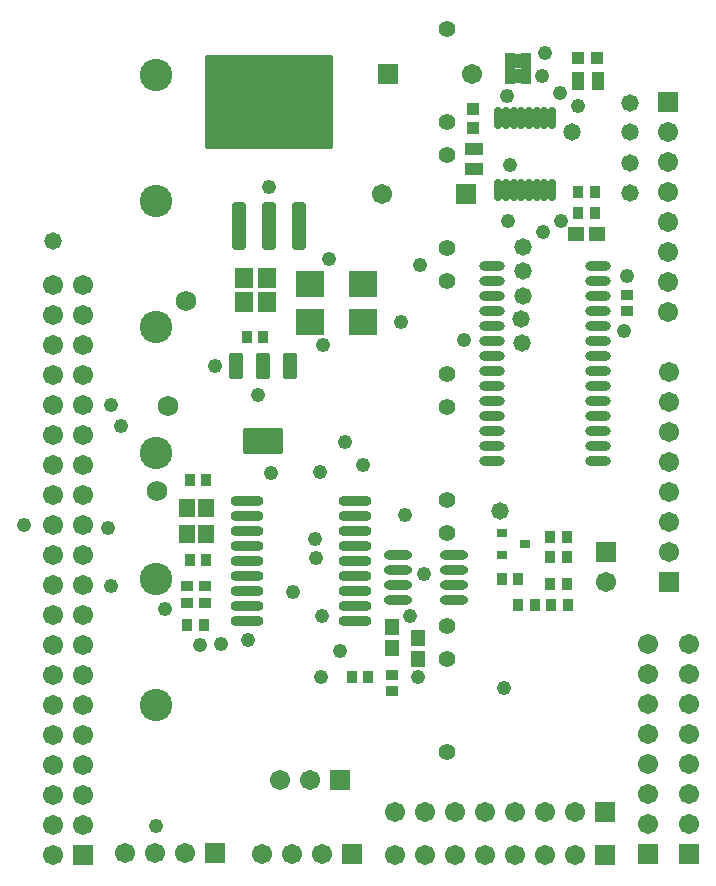
<source format=gbs>
G04*
G04 #@! TF.GenerationSoftware,Altium Limited,Altium Designer,23.8.1 (32)*
G04*
G04 Layer_Color=16711935*
%FSLAX44Y44*%
%MOMM*%
G71*
G04*
G04 #@! TF.SameCoordinates,B3540FD7-C173-429B-8219-2738AE0D0CCA*
G04*
G04*
G04 #@! TF.FilePolarity,Negative*
G04*
G01*
G75*
%ADD13C,1.7032*%
%ADD14R,1.7032X1.7032*%
%ADD15C,1.3970*%
%ADD16C,2.7432*%
%ADD17R,1.7032X1.7032*%
%ADD18C,1.7272*%
%ADD19C,1.2192*%
%ADD20C,1.4732*%
G04:AMPARAMS|DCode=64|XSize=1.1532mm|YSize=4.0532mm|CornerRadius=0.1539mm|HoleSize=0mm|Usage=FLASHONLY|Rotation=0.000|XOffset=0mm|YOffset=0mm|HoleType=Round|Shape=RoundedRectangle|*
%AMROUNDEDRECTD64*
21,1,1.1532,3.7455,0,0,0.0*
21,1,0.8455,4.0532,0,0,0.0*
1,1,0.3077,0.4228,-1.8728*
1,1,0.3077,-0.4228,-1.8728*
1,1,0.3077,-0.4228,1.8728*
1,1,0.3077,0.4228,1.8728*
%
%ADD64ROUNDEDRECTD64*%
G04:AMPARAMS|DCode=65|XSize=10.9032mm|YSize=7.9032mm|CornerRadius=0.1401mm|HoleSize=0mm|Usage=FLASHONLY|Rotation=0.000|XOffset=0mm|YOffset=0mm|HoleType=Round|Shape=RoundedRectangle|*
%AMROUNDEDRECTD65*
21,1,10.9032,7.6230,0,0,0.0*
21,1,10.6230,7.9032,0,0,0.0*
1,1,0.2802,5.3115,-3.8115*
1,1,0.2802,-5.3115,-3.8115*
1,1,0.2802,-5.3115,3.8115*
1,1,0.2802,5.3115,3.8115*
%
%ADD65ROUNDEDRECTD65*%
%ADD66R,1.0032X1.0032*%
%ADD67R,1.0532X1.5032*%
%ADD68R,0.8632X0.6602*%
%ADD69R,0.9032X1.1032*%
G04:AMPARAMS|DCode=70|XSize=0.6532mm|YSize=1.8032mm|CornerRadius=0.1511mm|HoleSize=0mm|Usage=FLASHONLY|Rotation=180.000|XOffset=0mm|YOffset=0mm|HoleType=Round|Shape=RoundedRectangle|*
%AMROUNDEDRECTD70*
21,1,0.6532,1.5010,0,0,180.0*
21,1,0.3510,1.8032,0,0,180.0*
1,1,0.3022,-0.1755,0.7505*
1,1,0.3022,0.1755,0.7505*
1,1,0.3022,0.1755,-0.7505*
1,1,0.3022,-0.1755,-0.7505*
%
%ADD70ROUNDEDRECTD70*%
%ADD71R,1.0032X1.0032*%
%ADD72R,2.4032X2.2032*%
%ADD73R,1.6032X1.7032*%
%ADD74R,1.1032X0.9032*%
%ADD75O,2.8032X0.9032*%
%ADD76R,1.2192X1.3208*%
%ADD77O,2.2032X0.8032*%
%ADD78R,1.5032X1.0532*%
%ADD79R,1.3208X1.2192*%
G04:AMPARAMS|DCode=80|XSize=1.2032mm|YSize=2.2532mm|CornerRadius=0.1516mm|HoleSize=0mm|Usage=FLASHONLY|Rotation=180.000|XOffset=0mm|YOffset=0mm|HoleType=Round|Shape=RoundedRectangle|*
%AMROUNDEDRECTD80*
21,1,1.2032,1.9500,0,0,180.0*
21,1,0.9000,2.2532,0,0,180.0*
1,1,0.3032,-0.4500,0.9750*
1,1,0.3032,0.4500,0.9750*
1,1,0.3032,0.4500,-0.9750*
1,1,0.3032,-0.4500,-0.9750*
%
%ADD80ROUNDEDRECTD80*%
G04:AMPARAMS|DCode=81|XSize=3.4532mm|YSize=2.2532mm|CornerRadius=0.1529mm|HoleSize=0mm|Usage=FLASHONLY|Rotation=180.000|XOffset=0mm|YOffset=0mm|HoleType=Round|Shape=RoundedRectangle|*
%AMROUNDEDRECTD81*
21,1,3.4532,1.9475,0,0,180.0*
21,1,3.1475,2.2532,0,0,180.0*
1,1,0.3057,-1.5738,0.9738*
1,1,0.3057,1.5738,0.9738*
1,1,0.3057,1.5738,-0.9738*
1,1,0.3057,-1.5738,-0.9738*
%
%ADD81ROUNDEDRECTD81*%
%ADD82O,2.4032X0.8032*%
%ADD83R,1.4032X1.6032*%
%ADD84R,0.9032X0.8032*%
%ADD85R,1.3220X1.2960*%
D13*
X669500Y688000D02*
D03*
X376200Y28000D02*
D03*
X401600D02*
D03*
X427000D02*
D03*
X315000Y509200D02*
D03*
X340400D02*
D03*
X315000Y483800D02*
D03*
X340400D02*
D03*
X315000Y458400D02*
D03*
X340400D02*
D03*
X315000Y433000D02*
D03*
X340400D02*
D03*
X315000Y407600D02*
D03*
X340400D02*
D03*
X315000Y382200D02*
D03*
X340400D02*
D03*
X315000Y356800D02*
D03*
X340400D02*
D03*
X315000Y331400D02*
D03*
X340400D02*
D03*
X315000Y306000D02*
D03*
X340400D02*
D03*
X315000Y280600D02*
D03*
X340400D02*
D03*
X315000Y255200D02*
D03*
X340400D02*
D03*
X315000Y229800D02*
D03*
X340400D02*
D03*
X315000Y204400D02*
D03*
X340400D02*
D03*
X315000Y179000D02*
D03*
X340400D02*
D03*
X315000Y153600D02*
D03*
X340400D02*
D03*
X315000Y128200D02*
D03*
X340400D02*
D03*
X315000Y102800D02*
D03*
X340400D02*
D03*
X315000Y77400D02*
D03*
X340400D02*
D03*
X315000Y52000D02*
D03*
X340400D02*
D03*
X315000Y26600D02*
D03*
X593500Y586000D02*
D03*
X819000Y52800D02*
D03*
Y78200D02*
D03*
Y103600D02*
D03*
Y129000D02*
D03*
Y154400D02*
D03*
Y179800D02*
D03*
Y205200D02*
D03*
X507600Y90000D02*
D03*
X533000D02*
D03*
X543000Y27000D02*
D03*
X517600D02*
D03*
X492200D02*
D03*
X836930Y283210D02*
D03*
Y308610D02*
D03*
Y334010D02*
D03*
Y359410D02*
D03*
Y384810D02*
D03*
Y410210D02*
D03*
Y435610D02*
D03*
X835660Y638810D02*
D03*
Y613410D02*
D03*
Y588010D02*
D03*
Y562610D02*
D03*
Y537210D02*
D03*
Y511810D02*
D03*
Y486410D02*
D03*
X854000Y52600D02*
D03*
Y78000D02*
D03*
Y103400D02*
D03*
Y128800D02*
D03*
Y154200D02*
D03*
Y179600D02*
D03*
Y205000D02*
D03*
X604400Y63000D02*
D03*
X629800D02*
D03*
X655200D02*
D03*
X680600D02*
D03*
X706000D02*
D03*
X731400D02*
D03*
X756800D02*
D03*
X604520Y26670D02*
D03*
X629920D02*
D03*
X655320D02*
D03*
X680720D02*
D03*
X706120D02*
D03*
X731520D02*
D03*
X756920D02*
D03*
X783000Y258000D02*
D03*
D14*
X598500Y688000D02*
D03*
X452400Y28000D02*
D03*
X664500Y586000D02*
D03*
X558400Y90000D02*
D03*
X568400Y27000D02*
D03*
X782200Y63000D02*
D03*
X782320Y26670D02*
D03*
D15*
X649000Y192740D02*
D03*
Y114000D02*
D03*
Y406044D02*
D03*
Y327304D02*
D03*
Y512696D02*
D03*
Y433956D02*
D03*
Y619348D02*
D03*
Y540608D02*
D03*
Y726000D02*
D03*
Y647260D02*
D03*
Y220652D02*
D03*
Y299392D02*
D03*
D16*
X402620Y153370D02*
D03*
Y366674D02*
D03*
Y473326D02*
D03*
Y579978D02*
D03*
Y686630D02*
D03*
Y260022D02*
D03*
D17*
X340400Y26600D02*
D03*
X819000Y27400D02*
D03*
X836930Y257810D02*
D03*
X835660Y664210D02*
D03*
X854000Y27200D02*
D03*
X783000Y283400D02*
D03*
D18*
X403606Y334518D02*
D03*
X427990Y495300D02*
D03*
X412750Y406400D02*
D03*
D19*
X629666Y264160D02*
D03*
X439420Y204470D02*
D03*
X745661Y563443D02*
D03*
X662940Y462280D02*
D03*
X452120Y440690D02*
D03*
X361950Y303530D02*
D03*
X543741Y458289D02*
D03*
X543304Y229220D02*
D03*
X613000Y314000D02*
D03*
X760000Y661000D02*
D03*
X617220Y228600D02*
D03*
X558000Y199263D02*
D03*
X480060Y208280D02*
D03*
X609600Y477520D02*
D03*
X518160Y248920D02*
D03*
X577850Y356870D02*
D03*
X538000Y278000D02*
D03*
X541000Y351000D02*
D03*
X537000Y294000D02*
D03*
X562610Y375920D02*
D03*
X730250Y553720D02*
D03*
X373000Y390000D02*
D03*
X549000Y531000D02*
D03*
X699770Y669290D02*
D03*
X364490Y407670D02*
D03*
X744220Y671830D02*
D03*
X290830Y306070D02*
D03*
X402353Y51161D02*
D03*
X798869Y469884D02*
D03*
X364000Y254000D02*
D03*
X500000Y350000D02*
D03*
X489000Y416000D02*
D03*
X498000Y592000D02*
D03*
X514000Y661000D02*
D03*
X410000Y235000D02*
D03*
X624000Y177000D02*
D03*
X697000Y168000D02*
D03*
X542000Y177000D02*
D03*
X457000Y205000D02*
D03*
X626000Y526000D02*
D03*
X801000Y517000D02*
D03*
X702000Y611000D02*
D03*
X700124Y563124D02*
D03*
X732000Y705840D02*
D03*
X729000Y686000D02*
D03*
D20*
X754380Y638810D02*
D03*
X713287Y541000D02*
D03*
Y521000D02*
D03*
X712000Y460000D02*
D03*
X713287Y500000D02*
D03*
X711779Y479969D02*
D03*
X694000Y318000D02*
D03*
X315000Y546000D02*
D03*
X804000Y663000D02*
D03*
Y639000D02*
D03*
Y612000D02*
D03*
Y587000D02*
D03*
D64*
X523400Y559000D02*
D03*
X498000D02*
D03*
X472600D02*
D03*
D65*
X498000Y664000D02*
D03*
D66*
X776000Y701000D02*
D03*
X760000D02*
D03*
D67*
X777000Y682000D02*
D03*
X760000D02*
D03*
D68*
X715720Y682650D02*
D03*
Y695350D02*
D03*
Y701700D02*
D03*
Y689000D02*
D03*
X702000Y701700D02*
D03*
Y695350D02*
D03*
Y689000D02*
D03*
Y682650D02*
D03*
D69*
X774000Y588000D02*
D03*
X760000D02*
D03*
X493000Y465000D02*
D03*
X479000D02*
D03*
X568000Y177000D02*
D03*
X582000D02*
D03*
X760000Y570000D02*
D03*
X774000D02*
D03*
X429000Y221000D02*
D03*
X443000D02*
D03*
X736000Y256000D02*
D03*
X750000D02*
D03*
X751001Y238000D02*
D03*
X737000D02*
D03*
X736000Y279000D02*
D03*
X750000D02*
D03*
X695000Y260000D02*
D03*
X709000D02*
D03*
X445000Y344000D02*
D03*
X431000D02*
D03*
X445000Y276000D02*
D03*
X431000D02*
D03*
X709000Y238000D02*
D03*
X723000D02*
D03*
X750000Y296000D02*
D03*
X736000D02*
D03*
D70*
X692250Y650500D02*
D03*
X698750D02*
D03*
X705250D02*
D03*
X711750D02*
D03*
X718250D02*
D03*
X724750D02*
D03*
X731250D02*
D03*
X737750D02*
D03*
X692250Y589500D02*
D03*
X698750D02*
D03*
X705250D02*
D03*
X711750D02*
D03*
X718250D02*
D03*
X724750D02*
D03*
X731250D02*
D03*
X737750D02*
D03*
D71*
X671000Y658000D02*
D03*
Y642000D02*
D03*
D72*
X533000Y510000D02*
D03*
Y478000D02*
D03*
X578000Y510000D02*
D03*
Y478000D02*
D03*
D73*
X477000Y515000D02*
D03*
X496000D02*
D03*
X477000Y495000D02*
D03*
X496000D02*
D03*
D74*
X429000Y254000D02*
D03*
Y240000D02*
D03*
X801000Y487000D02*
D03*
Y501000D02*
D03*
X444000Y240000D02*
D03*
Y254000D02*
D03*
X602000Y165000D02*
D03*
Y179000D02*
D03*
D75*
X571000Y325800D02*
D03*
Y313100D02*
D03*
Y300400D02*
D03*
Y287700D02*
D03*
Y275000D02*
D03*
Y262300D02*
D03*
Y249600D02*
D03*
Y236900D02*
D03*
Y224200D02*
D03*
X479000Y325800D02*
D03*
Y313100D02*
D03*
Y300400D02*
D03*
Y287700D02*
D03*
Y275000D02*
D03*
Y262300D02*
D03*
Y249600D02*
D03*
Y236900D02*
D03*
Y224200D02*
D03*
D76*
X624000Y192728D02*
D03*
Y210000D02*
D03*
X602000Y219272D02*
D03*
Y202000D02*
D03*
D77*
X777000Y525550D02*
D03*
Y512850D02*
D03*
Y500150D02*
D03*
Y487450D02*
D03*
Y474750D02*
D03*
Y462050D02*
D03*
Y449350D02*
D03*
Y436650D02*
D03*
Y423950D02*
D03*
Y411250D02*
D03*
Y398550D02*
D03*
Y385850D02*
D03*
Y373150D02*
D03*
Y360450D02*
D03*
X687000Y525550D02*
D03*
Y512850D02*
D03*
Y500150D02*
D03*
Y487450D02*
D03*
Y474750D02*
D03*
Y462050D02*
D03*
Y449350D02*
D03*
Y436650D02*
D03*
Y423950D02*
D03*
Y411250D02*
D03*
Y398550D02*
D03*
Y385850D02*
D03*
Y373150D02*
D03*
Y360450D02*
D03*
D78*
X672000Y624000D02*
D03*
Y607000D02*
D03*
D79*
X775636Y552000D02*
D03*
X758364D02*
D03*
D80*
X470000Y440750D02*
D03*
X493000D02*
D03*
X516000D02*
D03*
D81*
X493000Y377250D02*
D03*
D82*
X607000Y241950D02*
D03*
Y254650D02*
D03*
Y267350D02*
D03*
Y280050D02*
D03*
X655000Y241950D02*
D03*
Y254650D02*
D03*
Y267350D02*
D03*
Y280050D02*
D03*
D83*
X429000Y320000D02*
D03*
Y298000D02*
D03*
X445000D02*
D03*
Y320000D02*
D03*
D84*
X695000Y299500D02*
D03*
Y280500D02*
D03*
X715000Y290000D02*
D03*
D85*
X704290Y685825D02*
D03*
Y698525D02*
D03*
M02*

</source>
